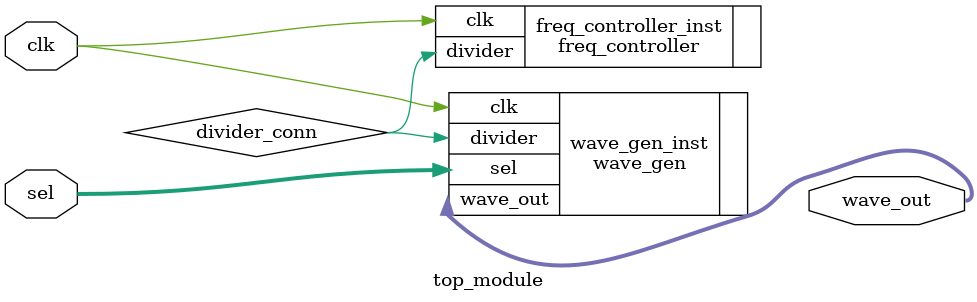
<source format=v>
module top_module (
  input        clk,
  input  [1:0] sel,
  output [23:0] wave_out
  );
  
  
 //signal connecting freq_controller and wave_gen
  wire divider_conn;
  
  
 //===========================================================
 //instantiating frequency controller to divide 100MHz stystem
 //clock with a value depending on MIDI note in input 
 //(input to be added later) according to 
 // divisions = round(Fclk/(Nsamples*Fdesired))  
 //===========================================================
 freq_controller freq_controller_inst(.clk(clk),.divider(divider_conn));
 
 //===========================================================
 //instantiating wave generator, taking the clock and frequency
 //divider to drive the ROMs with the samples of different waves
 //===========================================================
 wave_gen wave_gen_inst (.clk(clk),.sel(sel),.wave_out(wave_out),.divider(divider_conn));
 
 endmodule 
</source>
